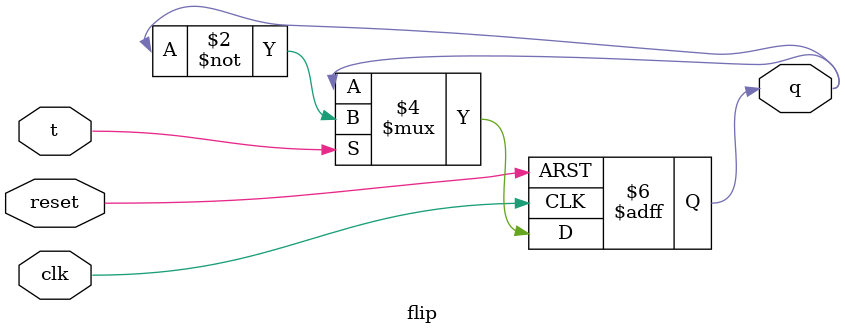
<source format=v>
`timescale 1ns / 1ps
module flip (
    input clk,
    input reset,  
    input t,
    output reg q
);

always @(posedge clk or posedge reset) begin
    if (reset)
        q <= 0;  
    else if (t) 
        q <= ~q;  
    else 
        q <= q;  
end

endmodule


</source>
